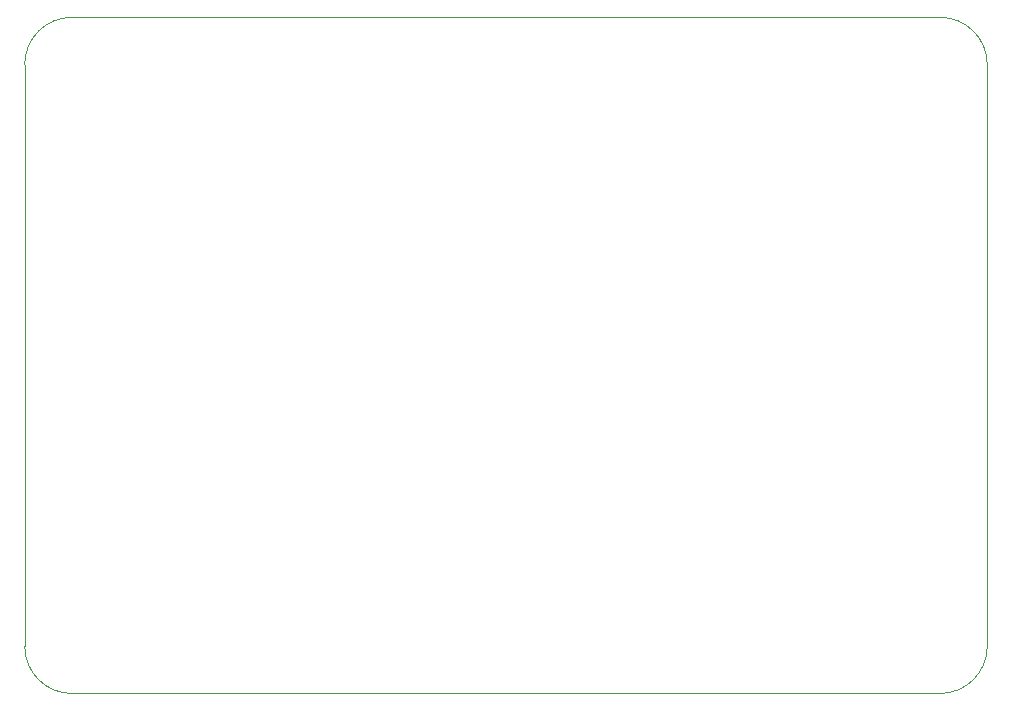
<source format=gbr>
%TF.GenerationSoftware,KiCad,Pcbnew,7.0.1*%
%TF.CreationDate,2023-05-16T22:34:38+02:00*%
%TF.ProjectId,PPURS projekt,50505552-5320-4707-926f-6a656b742e6b,rev?*%
%TF.SameCoordinates,Original*%
%TF.FileFunction,Profile,NP*%
%FSLAX46Y46*%
G04 Gerber Fmt 4.6, Leading zero omitted, Abs format (unit mm)*
G04 Created by KiCad (PCBNEW 7.0.1) date 2023-05-16 22:34:38*
%MOMM*%
%LPD*%
G01*
G04 APERTURE LIST*
%TA.AperFunction,Profile*%
%ADD10C,0.100000*%
%TD*%
G04 APERTURE END LIST*
D10*
X106500000Y-117250000D02*
X106500000Y-68000000D01*
X188000000Y-68000000D02*
G75*
G03*
X184000000Y-64000000I-4000000J0D01*
G01*
X184000000Y-121250000D02*
G75*
G03*
X188000000Y-117250000I0J4000000D01*
G01*
X110500000Y-64000000D02*
G75*
G03*
X106500000Y-68000000I0J-4000000D01*
G01*
X106500000Y-117250000D02*
G75*
G03*
X110500000Y-121250000I4000000J0D01*
G01*
X110500000Y-64000000D02*
X184000000Y-64000000D01*
X184000000Y-121250000D02*
X110500000Y-121250000D01*
X188000000Y-117250000D02*
X188000000Y-68000000D01*
M02*

</source>
